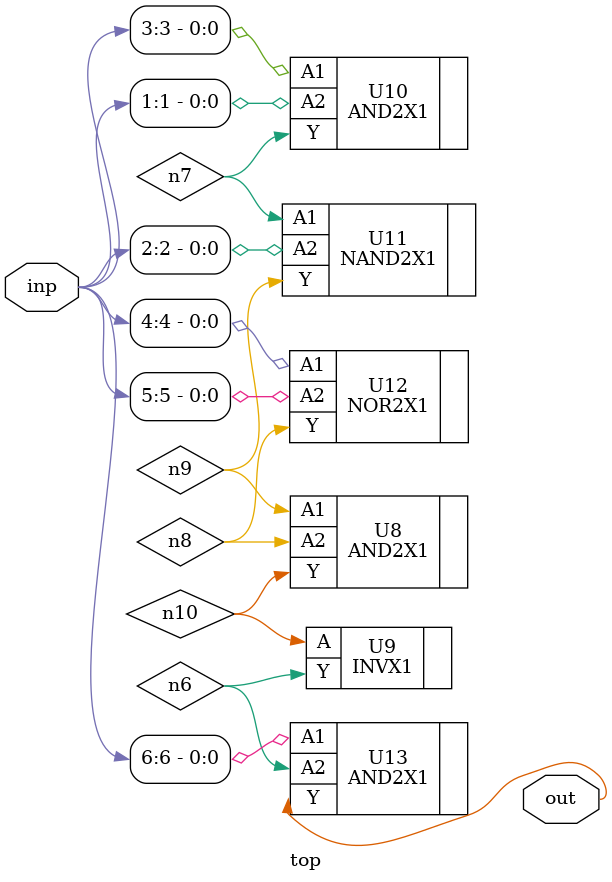
<source format=sv>


module top ( inp, out );
  input [6:0] inp;
  output out;
  wire   n6, n7, n8, n9, n10;

  AND2X1 U8 ( .A1(n9), .A2(n8), .Y(n10) );
  INVX1 U9 ( .A(n10), .Y(n6) );
  AND2X1 U10 ( .A1(inp[3]), .A2(inp[1]), .Y(n7) );
  NAND2X1 U11 ( .A1(n7), .A2(inp[2]), .Y(n9) );
  NOR2X1 U12 ( .A1(inp[4]), .A2(inp[5]), .Y(n8) );
  AND2X1 U13 ( .A1(inp[6]), .A2(n6), .Y(out) );
endmodule


</source>
